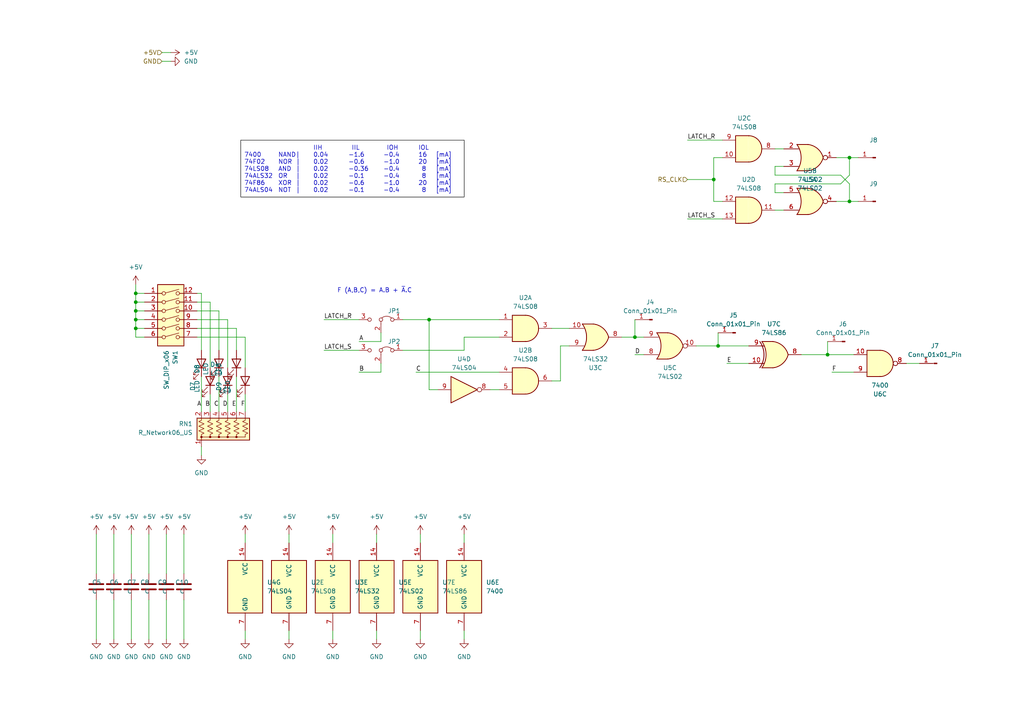
<source format=kicad_sch>
(kicad_sch (version 20230121) (generator eeschema)
  (paper "A4")
  (lib_symbols
    (symbol "74xx:7400" (pin_names (offset 1.016))
      (property "Reference" "U" (at 0 1.27 0))
      (property "Value" "7400" (at 0 -1.27 0))
      (symbol "7400_1_1"
        (pin input line (at -7.62 2.54 0) (length 3.81) (name "~") (number "1"))
        (pin input line (at -7.62 -2.54 0) (length 3.81) (name "~") (number "2"))
        (pin output inverted (at 7.62 0 180) (length 3.81) (name "~") (number "3"))
      )
      (symbol "7400_1_2"
        (pin input inverted (at -7.62 2.54 0) (length 4.318) (name "~") (number "1"))
        (pin input inverted (at -7.62 -2.54 0) (length 4.318) (name "~") (number "2"))
        (pin output line (at 7.62 0 180) (length 3.81) (name "~") (number "3"))
      )
      (symbol "7400_2_1"
        (pin input line (at -7.62 2.54 0) (length 3.81) (name "~") (number "4"))
        (pin input line (at -7.62 -2.54 0) (length 3.81) (name "~") (number "5"))
        (pin output inverted (at 7.62 0 180) (length 3.81) (name "~") (number "6"))
      )
      (symbol "7400_2_2"
        (pin input inverted (at -7.62 2.54 0) (length 4.318) (name "~") (number "4"))
        (pin input inverted (at -7.62 -2.54 0) (length 4.318) (name "~") (number "5"))
        (pin output line (at 7.62 0 180) (length 3.81) (name "~") (number "6"))
      )
      (symbol "7400_3_1"
        (pin input line (at -7.62 -2.54 0) (length 3.81) (name "~") (number "10"))
        (pin output inverted (at 7.62 0 180) (length 3.81) (name "~") (number "8"))
        (pin input line (at -7.62 2.54 0) (length 3.81) (name "~") (number "9"))
      )
      (symbol "7400_3_2"
        (pin input inverted (at -7.62 -2.54 0) (length 4.318) (name "~") (number "10"))
        (pin output line (at 7.62 0 180) (length 3.81) (name "~") (number "8"))
        (pin input inverted (at -7.62 2.54 0) (length 4.318) (name "~") (number "9"))
      )
      (symbol "7400_4_1"
        (pin output inverted (at 7.62 0 180) (length 3.81) (name "~") (number "11"))
        (pin input line (at -7.62 2.54 0) (length 3.81) (name "~") (number "12"))
        (pin input line (at -7.62 -2.54 0) (length 3.81) (name "~") (number "13"))
      )
      (symbol "7400_4_2"
        (pin output line (at 7.62 0 180) (length 3.81) (name "~") (number "11"))
        (pin input inverted (at -7.62 2.54 0) (length 4.318) (name "~") (number "12"))
        (pin input inverted (at -7.62 -2.54 0) (length 4.318) (name "~") (number "13"))
      )
      (symbol "7400_5_0"
        (pin power_in line (at 0 12.7 270) (length 5.08) (name "VCC") (number "14"))
        (pin power_in line (at 0 -12.7 90) (length 5.08) (name "GND") (number "7"))
      )
    )
    (symbol "74xx:74LS02" (pin_names (offset 1.016))
      (property "Reference" "U" (at 0 1.27 0))
      (property "Value" "74LS02" (at 0 -1.27 0))
      (symbol "74LS02_1_1"
        (pin output inverted (at 7.62 0 180) (length 3.81) (name "~") (number "1"))
        (pin input line (at -7.62 2.54 0) (length 4.318) (name "~") (number "2"))
        (pin input line (at -7.62 -2.54 0) (length 4.318) (name "~") (number "3"))
      )
      (symbol "74LS02_1_2"
        (pin output line (at 7.62 0 180) (length 3.81) (name "~") (number "1"))
        (pin input inverted (at -7.62 2.54 0) (length 3.81) (name "~") (number "2"))
        (pin input inverted (at -7.62 -2.54 0) (length 3.81) (name "~") (number "3"))
      )
      (symbol "74LS02_2_1"
        (pin output inverted (at 7.62 0 180) (length 3.81) (name "~") (number "4"))
        (pin input line (at -7.62 2.54 0) (length 4.318) (name "~") (number "5"))
        (pin input line (at -7.62 -2.54 0) (length 4.318) (name "~") (number "6"))
      )
      (symbol "74LS02_2_2"
        (pin output line (at 7.62 0 180) (length 3.81) (name "~") (number "4"))
        (pin input inverted (at -7.62 2.54 0) (length 3.81) (name "~") (number "5"))
        (pin input inverted (at -7.62 -2.54 0) (length 3.81) (name "~") (number "6"))
      )
      (symbol "74LS02_3_1"
        (pin output inverted (at 7.62 0 180) (length 3.81) (name "~") (number "10"))
        (pin input line (at -7.62 2.54 0) (length 4.318) (name "~") (number "8"))
        (pin input line (at -7.62 -2.54 0) (length 4.318) (name "~") (number "9"))
      )
      (symbol "74LS02_3_2"
        (pin output line (at 7.62 0 180) (length 3.81) (name "~") (number "10"))
        (pin input inverted (at -7.62 2.54 0) (length 3.81) (name "~") (number "8"))
        (pin input inverted (at -7.62 -2.54 0) (length 3.81) (name "~") (number "9"))
      )
      (symbol "74LS02_4_1"
        (pin input line (at -7.62 2.54 0) (length 4.318) (name "~") (number "11"))
        (pin input line (at -7.62 -2.54 0) (length 4.318) (name "~") (number "12"))
        (pin output inverted (at 7.62 0 180) (length 3.81) (name "~") (number "13"))
      )
      (symbol "74LS02_4_2"
        (pin input inverted (at -7.62 2.54 0) (length 3.81) (name "~") (number "11"))
        (pin input inverted (at -7.62 -2.54 0) (length 3.81) (name "~") (number "12"))
        (pin output line (at 7.62 0 180) (length 3.81) (name "~") (number "13"))
      )
      (symbol "74LS02_5_0"
        (pin power_in line (at 0 12.7 270) (length 5.08) (name "VCC") (number "14"))
        (pin power_in line (at 0 -12.7 90) (length 5.08) (name "GND") (number "7"))
      )
    )
    (symbol "74xx:74LS04"
      (property "Reference" "U" (at 0 1.27 0))
      (property "Value" "74LS04" (at 0 -1.27 0))
      (symbol "74LS04_1_0"
        (pin input line (at -7.62 0 0) (length 3.81) (name "~") (number "1"))
        (pin output inverted (at 7.62 0 180) (length 3.81) (name "~") (number "2"))
      )
      (symbol "74LS04_2_0"
        (pin input line (at -7.62 0 0) (length 3.81) (name "~") (number "3"))
        (pin output inverted (at 7.62 0 180) (length 3.81) (name "~") (number "4"))
      )
      (symbol "74LS04_3_0"
        (pin input line (at -7.62 0 0) (length 3.81) (name "~") (number "5"))
        (pin output inverted (at 7.62 0 180) (length 3.81) (name "~") (number "6"))
      )
      (symbol "74LS04_4_0"
        (pin output inverted (at 7.62 0 180) (length 3.81) (name "~") (number "8"))
        (pin input line (at -7.62 0 0) (length 3.81) (name "~") (number "9"))
      )
      (symbol "74LS04_5_0"
        (pin output inverted (at 7.62 0 180) (length 3.81) (name "~") (number "10"))
        (pin input line (at -7.62 0 0) (length 3.81) (name "~") (number "11"))
      )
      (symbol "74LS04_6_0"
        (pin output inverted (at 7.62 0 180) (length 3.81) (name "~") (number "12"))
        (pin input line (at -7.62 0 0) (length 3.81) (name "~") (number "13"))
      )
      (symbol "74LS04_7_0"
        (pin power_in line (at 0 12.7 270) (length 5.08) (name "VCC") (number "14"))
        (pin power_in line (at 0 -12.7 90) (length 5.08) (name "GND") (number "7"))
      )
    )
    (symbol "74xx:74LS08" (pin_names (offset 1.016))
      (property "Reference" "U" (at 0 1.27 0))
      (property "Value" "74LS08" (at 0 -1.27 0))
      (symbol "74LS08_1_1"
        (pin input line (at -7.62 2.54 0) (length 3.81) (name "~") (number "1"))
        (pin input line (at -7.62 -2.54 0) (length 3.81) (name "~") (number "2"))
        (pin output line (at 7.62 0 180) (length 3.81) (name "~") (number "3"))
      )
      (symbol "74LS08_1_2"
        (pin input inverted (at -7.62 2.54 0) (length 4.318) (name "~") (number "1"))
        (pin input inverted (at -7.62 -2.54 0) (length 4.318) (name "~") (number "2"))
        (pin output inverted (at 7.62 0 180) (length 3.81) (name "~") (number "3"))
      )
      (symbol "74LS08_2_1"
        (pin input line (at -7.62 2.54 0) (length 3.81) (name "~") (number "4"))
        (pin input line (at -7.62 -2.54 0) (length 3.81) (name "~") (number "5"))
        (pin output line (at 7.62 0 180) (length 3.81) (name "~") (number "6"))
      )
      (symbol "74LS08_2_2"
        (pin input inverted (at -7.62 2.54 0) (length 4.318) (name "~") (number "4"))
        (pin input inverted (at -7.62 -2.54 0) (length 4.318) (name "~") (number "5"))
        (pin output inverted (at 7.62 0 180) (length 3.81) (name "~") (number "6"))
      )
      (symbol "74LS08_3_1"
        (pin input line (at -7.62 -2.54 0) (length 3.81) (name "~") (number "10"))
        (pin output line (at 7.62 0 180) (length 3.81) (name "~") (number "8"))
        (pin input line (at -7.62 2.54 0) (length 3.81) (name "~") (number "9"))
      )
      (symbol "74LS08_3_2"
        (pin input inverted (at -7.62 -2.54 0) (length 4.318) (name "~") (number "10"))
        (pin output inverted (at 7.62 0 180) (length 3.81) (name "~") (number "8"))
        (pin input inverted (at -7.62 2.54 0) (length 4.318) (name "~") (number "9"))
      )
      (symbol "74LS08_4_1"
        (pin output line (at 7.62 0 180) (length 3.81) (name "~") (number "11"))
        (pin input line (at -7.62 2.54 0) (length 3.81) (name "~") (number "12"))
        (pin input line (at -7.62 -2.54 0) (length 3.81) (name "~") (number "13"))
      )
      (symbol "74LS08_4_2"
        (pin output inverted (at 7.62 0 180) (length 3.81) (name "~") (number "11"))
        (pin input inverted (at -7.62 2.54 0) (length 4.318) (name "~") (number "12"))
        (pin input inverted (at -7.62 -2.54 0) (length 4.318) (name "~") (number "13"))
      )
      (symbol "74LS08_5_0"
        (pin power_in line (at 0 12.7 270) (length 5.08) (name "VCC") (number "14"))
        (pin power_in line (at 0 -12.7 90) (length 5.08) (name "GND") (number "7"))
      )
    )
    (symbol "74xx:74LS32" (pin_names (offset 1.016))
      (property "Reference" "U" (at 0 1.27 0))
      (property "Value" "74LS32" (at 0 -1.27 0))
      (symbol "74LS32_1_1"
        (pin input line (at -7.62 2.54 0) (length 4.318) (name "~") (number "1"))
        (pin input line (at -7.62 -2.54 0) (length 4.318) (name "~") (number "2"))
        (pin output line (at 7.62 0 180) (length 3.81) (name "~") (number "3"))
      )
      (symbol "74LS32_1_2"
        (pin input inverted (at -7.62 2.54 0) (length 3.81) (name "~") (number "1"))
        (pin input inverted (at -7.62 -2.54 0) (length 3.81) (name "~") (number "2"))
        (pin output inverted (at 7.62 0 180) (length 3.81) (name "~") (number "3"))
      )
      (symbol "74LS32_2_1"
        (pin input line (at -7.62 2.54 0) (length 4.318) (name "~") (number "4"))
        (pin input line (at -7.62 -2.54 0) (length 4.318) (name "~") (number "5"))
        (pin output line (at 7.62 0 180) (length 3.81) (name "~") (number "6"))
      )
      (symbol "74LS32_2_2"
        (pin input inverted (at -7.62 2.54 0) (length 3.81) (name "~") (number "4"))
        (pin input inverted (at -7.62 -2.54 0) (length 3.81) (name "~") (number "5"))
        (pin output inverted (at 7.62 0 180) (length 3.81) (name "~") (number "6"))
      )
      (symbol "74LS32_3_1"
        (pin input line (at -7.62 -2.54 0) (length 4.318) (name "~") (number "10"))
        (pin output line (at 7.62 0 180) (length 3.81) (name "~") (number "8"))
        (pin input line (at -7.62 2.54 0) (length 4.318) (name "~") (number "9"))
      )
      (symbol "74LS32_3_2"
        (pin input inverted (at -7.62 -2.54 0) (length 3.81) (name "~") (number "10"))
        (pin output inverted (at 7.62 0 180) (length 3.81) (name "~") (number "8"))
        (pin input inverted (at -7.62 2.54 0) (length 3.81) (name "~") (number "9"))
      )
      (symbol "74LS32_4_1"
        (pin output line (at 7.62 0 180) (length 3.81) (name "~") (number "11"))
        (pin input line (at -7.62 2.54 0) (length 4.318) (name "~") (number "12"))
        (pin input line (at -7.62 -2.54 0) (length 4.318) (name "~") (number "13"))
      )
      (symbol "74LS32_4_2"
        (pin output inverted (at 7.62 0 180) (length 3.81) (name "~") (number "11"))
        (pin input inverted (at -7.62 2.54 0) (length 3.81) (name "~") (number "12"))
        (pin input inverted (at -7.62 -2.54 0) (length 3.81) (name "~") (number "13"))
      )
      (symbol "74LS32_5_0"
        (pin power_in line (at 0 12.7 270) (length 5.08) (name "VCC") (number "14"))
        (pin power_in line (at 0 -12.7 90) (length 5.08) (name "GND") (number "7"))
      )
    )
    (symbol "74xx:74LS86" (pin_names (offset 1.016))
      (property "Reference" "U" (at 0 1.27 0))
      (property "Value" "74LS86" (at 0 -1.27 0))
      (symbol "74LS86_1_0"
        (pin input line (at -7.62 2.54 0) (length 4.445) (name "~") (number "1"))
        (pin input line (at -7.62 -2.54 0) (length 4.445) (name "~") (number "2"))
        (pin output line (at 7.62 0 180) (length 3.81) (name "~") (number "3"))
      )
      (symbol "74LS86_2_0"
        (pin input line (at -7.62 2.54 0) (length 4.445) (name "~") (number "4"))
        (pin input line (at -7.62 -2.54 0) (length 4.445) (name "~") (number "5"))
        (pin output line (at 7.62 0 180) (length 3.81) (name "~") (number "6"))
      )
      (symbol "74LS86_3_0"
        (pin input line (at -7.62 -2.54 0) (length 4.445) (name "~") (number "10"))
        (pin output line (at 7.62 0 180) (length 3.81) (name "~") (number "8"))
        (pin input line (at -7.62 2.54 0) (length 4.445) (name "~") (number "9"))
      )
      (symbol "74LS86_4_0"
        (pin output line (at 7.62 0 180) (length 3.81) (name "~") (number "11"))
        (pin input line (at -7.62 2.54 0) (length 4.445) (name "~") (number "12"))
        (pin input line (at -7.62 -2.54 0) (length 4.445) (name "~") (number "13"))
      )
      (symbol "74LS86_5_0"
        (pin power_in line (at 0 12.7 270) (length 5.08) (name "VCC") (number "14"))
        (pin power_in line (at 0 -12.7 90) (length 5.08) (name "GND") (number "7"))
      )
    )
    (symbol "Connector:Conn_01x01_Pin" (pin_names (offset 1.016) hide)
      (property "Reference" "J" (at 0 2.54 0))
      (property "Value" "Conn_01x01_Pin" (at 0 -2.54 0))
      (symbol "Conn_01x01_Pin_1_1"
        (pin passive line (at 5.08 0 180) (length 3.81) (name "Pin_1") (number "1"))
      )
    )
    (symbol "Device:C" (pin_numbers hide) (pin_names (offset 0.254))
      (property "Reference" "C" (at 0.635 2.54 0))
      (property "Value" "C" (at 0.635 -2.54 0))
      (symbol "C_1_1"
        (pin passive line (at 0 3.81 270) (length 2.794) (name "~") (number "1"))
        (pin passive line (at 0 -3.81 90) (length 2.794) (name "~") (number "2"))
      )
    )
    (symbol "Device:LED" (pin_numbers hide) (pin_names (offset 1.016) hide)
      (property "Reference" "D" (at 0 2.54 0))
      (property "Value" "LED" (at 0 -2.54 0))
      (symbol "LED_1_1"
        (pin passive line (at -3.81 0 0) (length 2.54) (name "K") (number "1"))
        (pin passive line (at 3.81 0 180) (length 2.54) (name "A") (number "2"))
      )
    )
    (symbol "Device:R_Network06_US" (pin_names (offset 0) hide)
      (property "Reference" "RN" (at -10.16 0 90))
      (property "Value" "R_Network06_US" (at 7.62 0 90))
      (symbol "R_Network06_US_1_1"
        (pin passive line (at -7.62 5.08 270) (length 2.54) (name "common") (number "1"))
        (pin passive line (at -7.62 -5.08 90) (length 1.27) (name "R1") (number "2"))
        (pin passive line (at -5.08 -5.08 90) (length 1.27) (name "R2") (number "3"))
        (pin passive line (at -2.54 -5.08 90) (length 1.27) (name "R3") (number "4"))
        (pin passive line (at 0 -5.08 90) (length 1.27) (name "R4") (number "5"))
        (pin passive line (at 2.54 -5.08 90) (length 1.27) (name "R5") (number "6"))
        (pin passive line (at 5.08 -5.08 90) (length 1.27) (name "R6") (number "7"))
      )
    )
    (symbol "Jumper:Jumper_3_Bridged12" (pin_names (offset 0) hide)
      (property "Reference" "JP" (at -2.54 -2.54 0))
      (property "Value" "Jumper_3_Bridged12" (at 0 2.794 0))
      (symbol "Jumper_3_Bridged12_1_1"
        (pin passive line (at -6.35 0 0) (length 2.54) (name "A") (number "1"))
        (pin passive line (at 0 -3.81 90) (length 2.54) (name "C") (number "2"))
        (pin passive line (at 6.35 0 180) (length 2.54) (name "B") (number "3"))
      )
    )
    (symbol "Switch:SW_DIP_x06" (pin_names (offset 0) hide)
      (property "Reference" "SW" (at 0 11.43 0))
      (property "Value" "SW_DIP_x06" (at 0 -8.89 0))
      (symbol "SW_DIP_x06_1_1"
        (pin passive line (at -7.62 7.62 0) (length 5.08) (name "~") (number "1"))
        (pin passive line (at 7.62 2.54 180) (length 5.08) (name "~") (number "10"))
        (pin passive line (at 7.62 5.08 180) (length 5.08) (name "~") (number "11"))
        (pin passive line (at 7.62 7.62 180) (length 5.08) (name "~") (number "12"))
        (pin passive line (at -7.62 5.08 0) (length 5.08) (name "~") (number "2"))
        (pin passive line (at -7.62 2.54 0) (length 5.08) (name "~") (number "3"))
        (pin passive line (at -7.62 0 0) (length 5.08) (name "~") (number "4"))
        (pin passive line (at -7.62 -2.54 0) (length 5.08) (name "~") (number "5"))
        (pin passive line (at -7.62 -5.08 0) (length 5.08) (name "~") (number "6"))
        (pin passive line (at 7.62 -5.08 180) (length 5.08) (name "~") (number "7"))
        (pin passive line (at 7.62 -2.54 180) (length 5.08) (name "~") (number "8"))
        (pin passive line (at 7.62 0 180) (length 5.08) (name "~") (number "9"))
      )
    )
    (symbol "power:+5V" (power) (pin_names (offset 0))
      (property "Value" "+5V" (at 0 3.556 0))
      (symbol "+5V_1_1"
        (pin power_in line (at 0 0 90) (length 0) hide (name "+5V") (number "1"))
      )
    )
    (symbol "power:GND" (power) (pin_names (offset 0))
      (property "Value" "GND" (at 0 -3.81 0))
      (symbol "GND_1_1"
        (pin power_in line (at 0 0 270) (length 0) hide (name "GND") (number "1"))
      )
    )
  )
  (junction (at 207.01 52.07))
  (junction (at 246.38 45.72))
  (junction (at 240.03 102.87))
  (junction (at 39.37 92.71))
  (junction (at 39.37 87.63))
  (junction (at 39.37 85.09))
  (junction (at 39.37 90.17))
  (junction (at 184.15 97.79))
  (junction (at 246.38 58.42))
  (junction (at 124.46 92.71))
  (junction (at 39.37 95.25))
  (junction (at 208.28 100.33))
  (wire (pts (xy 33.02 173.99) (xy 33.02 185.42)))
  (wire (pts (xy 124.46 92.71) (xy 144.78 92.71)))
  (wire (pts (xy 60.96 114.3) (xy 60.96 119.38)))
  (wire (pts (xy 199.39 63.5) (xy 209.55 63.5)))
  (wire (pts (xy 227.33 55.88) (xy 224.79 55.88)))
  (wire (pts (xy 116.84 101.6) (xy 134.62 101.6)))
  (wire (pts (xy 224.79 43.18) (xy 227.33 43.18)))
  (wire (pts (xy 71.12 114.3) (xy 71.12 119.38)))
  (wire (pts (xy 39.37 87.63) (xy 41.91 87.63)))
  (wire (pts (xy 43.18 173.99) (xy 43.18 185.42)))
  (wire (pts (xy 39.37 82.55) (xy 39.37 85.09)))
  (wire (pts (xy 53.34 173.99) (xy 53.34 185.42)))
  (wire (pts (xy 121.92 182.88) (xy 121.92 185.42)))
  (wire (pts (xy 58.42 109.22) (xy 58.42 119.38)))
  (wire (pts (xy 110.49 105.41) (xy 110.49 107.95)))
  (wire (pts (xy 243.84 50.8) (xy 246.38 53.34)))
  (wire (pts (xy 48.26 173.99) (xy 48.26 185.42)))
  (wire (pts (xy 96.52 154.94) (xy 96.52 157.48)))
  (wire (pts (xy 110.49 96.52) (xy 110.49 99.06)))
  (wire (pts (xy 207.01 58.42) (xy 209.55 58.42)))
  (wire (pts (xy 207.01 45.72) (xy 207.01 52.07)))
  (wire (pts (xy 199.39 40.64) (xy 209.55 40.64)))
  (wire (pts (xy 227.33 48.26) (xy 224.79 48.26)))
  (wire (pts (xy 120.65 107.95) (xy 144.78 107.95)))
  (wire (pts (xy 246.38 58.42) (xy 248.92 58.42)))
  (wire (pts (xy 184.15 97.79) (xy 186.69 97.79)))
  (wire (pts (xy 124.46 113.03) (xy 127 113.03)))
  (wire (pts (xy 38.1 173.99) (xy 38.1 185.42)))
  (wire (pts (xy 121.92 154.94) (xy 121.92 157.48)))
  (wire (pts (xy 39.37 87.63) (xy 39.37 85.09)))
  (wire (pts (xy 39.37 95.25) (xy 41.91 95.25)))
  (wire (pts (xy 241.3 107.95) (xy 247.65 107.95)))
  (wire (pts (xy 39.37 90.17) (xy 39.37 87.63)))
  (wire (pts (xy 39.37 92.71) (xy 39.37 90.17)))
  (wire (pts (xy 160.02 110.49) (xy 162.56 110.49)))
  (wire (pts (xy 27.94 173.99) (xy 27.94 185.42)))
  (wire (pts (xy 210.82 105.41) (xy 217.17 105.41)))
  (wire (pts (xy 33.02 166.37) (xy 33.02 154.94)))
  (wire (pts (xy 104.14 107.95) (xy 110.49 107.95)))
  (wire (pts (xy 66.04 114.3) (xy 66.04 119.38)))
  (wire (pts (xy 83.82 182.88) (xy 83.82 185.42)))
  (wire (pts (xy 134.62 97.79) (xy 144.78 97.79)))
  (wire (pts (xy 162.56 110.49) (xy 162.56 100.33)))
  (wire (pts (xy 199.39 52.07) (xy 207.01 52.07)))
  (wire (pts (xy 71.12 97.79) (xy 71.12 106.68)))
  (wire (pts (xy 71.12 154.94) (xy 71.12 157.48)))
  (wire (pts (xy 242.57 45.72) (xy 246.38 45.72)))
  (wire (pts (xy 68.58 109.22) (xy 68.58 119.38)))
  (wire (pts (xy 116.84 92.71) (xy 124.46 92.71)))
  (wire (pts (xy 109.22 182.88) (xy 109.22 185.42)))
  (wire (pts (xy 83.82 154.94) (xy 83.82 157.48)))
  (wire (pts (xy 57.15 95.25) (xy 68.58 95.25)))
  (wire (pts (xy 134.62 182.88) (xy 134.62 185.42)))
  (wire (pts (xy 208.28 100.33) (xy 217.17 100.33)))
  (wire (pts (xy 208.28 96.52) (xy 208.28 100.33)))
  (wire (pts (xy 57.15 92.71) (xy 66.04 92.71)))
  (wire (pts (xy 262.89 105.41) (xy 266.7 105.41)))
  (wire (pts (xy 93.98 101.6) (xy 104.14 101.6)))
  (wire (pts (xy 43.18 166.37) (xy 43.18 154.94)))
  (wire (pts (xy 58.42 85.09) (xy 57.15 85.09)))
  (wire (pts (xy 46.99 17.78) (xy 49.53 17.78)))
  (wire (pts (xy 48.26 166.37) (xy 48.26 154.94)))
  (wire (pts (xy 232.41 102.87) (xy 240.03 102.87)))
  (wire (pts (xy 207.01 45.72) (xy 209.55 45.72)))
  (wire (pts (xy 224.79 60.96) (xy 227.33 60.96)))
  (wire (pts (xy 246.38 45.72) (xy 246.38 50.8)))
  (wire (pts (xy 240.03 102.87) (xy 247.65 102.87)))
  (wire (pts (xy 63.5 109.22) (xy 63.5 119.38)))
  (wire (pts (xy 57.15 97.79) (xy 71.12 97.79)))
  (wire (pts (xy 71.12 182.88) (xy 71.12 185.42)))
  (wire (pts (xy 184.15 102.87) (xy 186.69 102.87)))
  (wire (pts (xy 39.37 92.71) (xy 41.91 92.71)))
  (wire (pts (xy 162.56 100.33) (xy 165.1 100.33)))
  (wire (pts (xy 66.04 92.71) (xy 66.04 106.68)))
  (wire (pts (xy 57.15 90.17) (xy 63.5 90.17)))
  (wire (pts (xy 39.37 95.25) (xy 39.37 92.71)))
  (wire (pts (xy 224.79 55.88) (xy 224.79 53.34)))
  (wire (pts (xy 58.42 101.6) (xy 58.42 85.09)))
  (wire (pts (xy 39.37 85.09) (xy 41.91 85.09)))
  (wire (pts (xy 53.34 166.37) (xy 53.34 154.94)))
  (wire (pts (xy 224.79 50.8) (xy 243.84 50.8)))
  (wire (pts (xy 242.57 58.42) (xy 246.38 58.42)))
  (wire (pts (xy 58.42 129.54) (xy 58.42 132.08)))
  (wire (pts (xy 38.1 166.37) (xy 38.1 154.94)))
  (wire (pts (xy 27.94 166.37) (xy 27.94 154.94)))
  (wire (pts (xy 39.37 97.79) (xy 39.37 95.25)))
  (wire (pts (xy 96.52 182.88) (xy 96.52 185.42)))
  (wire (pts (xy 160.02 95.25) (xy 165.1 95.25)))
  (wire (pts (xy 60.96 87.63) (xy 60.96 106.68)))
  (wire (pts (xy 41.91 97.79) (xy 39.37 97.79)))
  (wire (pts (xy 68.58 95.25) (xy 68.58 101.6)))
  (wire (pts (xy 201.93 100.33) (xy 208.28 100.33)))
  (wire (pts (xy 142.24 113.03) (xy 144.78 113.03)))
  (wire (pts (xy 109.22 154.94) (xy 109.22 157.48)))
  (wire (pts (xy 134.62 154.94) (xy 134.62 157.48)))
  (wire (pts (xy 180.34 97.79) (xy 184.15 97.79)))
  (wire (pts (xy 184.15 92.71) (xy 184.15 97.79)))
  (wire (pts (xy 124.46 92.71) (xy 124.46 113.03)))
  (wire (pts (xy 57.15 87.63) (xy 60.96 87.63)))
  (wire (pts (xy 39.37 90.17) (xy 41.91 90.17)))
  (wire (pts (xy 224.79 53.34) (xy 243.84 53.34)))
  (wire (pts (xy 224.79 48.26) (xy 224.79 50.8)))
  (wire (pts (xy 246.38 45.72) (xy 248.92 45.72)))
  (wire (pts (xy 240.03 99.06) (xy 240.03 102.87)))
  (wire (pts (xy 134.62 101.6) (xy 134.62 97.79)))
  (wire (pts (xy 63.5 90.17) (xy 63.5 101.6)))
  (wire (pts (xy 207.01 52.07) (xy 207.01 58.42)))
  (wire (pts (xy 243.84 53.34) (xy 246.38 50.8)))
  (wire (pts (xy 93.98 92.71) (xy 104.14 92.71)))
  (wire (pts (xy 246.38 58.42) (xy 246.38 53.34)))
  (wire (pts (xy 46.99 15.24) (xy 49.53 15.24)))
  (wire (pts (xy 104.14 99.06) (xy 110.49 99.06)))
  (text_box "	 		  	IIH	 	 IIL	 IOH	IOL\n7400	NAND| 	0.04	-1.6	-0.4	16	[mA]\n74F02	NOR	|	0.02	-0.6	-1.0	20	[mA]\n74LS08	AND	| 	0.02 	-0.36 	-0.4 	 8 	[mA]\n74ALS32	OR	|	0.02	-0.1	-0.4	 8	[mA]\n74F86 	XOR	|	0.02	-0.6	-1.0	20	[mA]\n74ALS04	NOT	|	0.02	-0.1	-0.4	 8	[mA]\n\n" (at 69.85 40.64 0) (size 64.77 16.51) (stroke (width 0) (color 0 0 0 1)) (fill (type color) (color 255 255 255 1)) (effects (font (size 1.27 1.27)) (justify left)))
  (text "F (A,B,C) = A.B + ~{A}.C" (at 97.79 85.09 0) (effects (font (size 1.27 1.27)) (justify left bottom)))
  (label "E" (at 210.82 105.41 0))
  (label "F" (at 71.12 118.11 180))
  (label "E" (at 68.58 118.11 180))
  (label "B" (at 104.14 107.95 0))
  (label "LATCH_R" (at 93.98 92.71 0))
  (label "D" (at 184.15 102.87 0))
  (label "A" (at 104.14 99.06 0))
  (label "C" (at 63.5 118.11 180))
  (label "F" (at 241.3 107.95 0))
  (label "B" (at 60.96 118.11 180))
  (label "A" (at 58.42 118.11 180))
  (label "LATCH_S" (at 199.39 63.5 0))
  (label "D" (at 66.04 118.11 180))
  (label "LATCH_R" (at 199.39 40.64 0))
  (label "C" (at 120.65 107.95 0))
  (label "LATCH_S" (at 93.98 101.6 0))
  (hierarchical_label "GND" (shape input) (at 46.99 17.78 180))
  (hierarchical_label "+5V" (shape input) (at 46.99 15.24 180))
  (hierarchical_label "RS_CLK" (shape input) (at 199.39 52.07 180))
  (symbol (lib_id "Device:C") (at 48.26 170.18 0) (unit 1)
    (property "Reference" "C9" (at 45.72 168.91 0) (effects (justify left)))
    (property "Value" "C" (at 46.99 171.45 0) (effects (justify left)))
    (property "Footprint" "Capacitor_THT:C_Disc_D5.0mm_W2.5mm_P2.50mm" (effects hide))
  )
  (symbol (lib_id "Device:LED") (at 66.04 110.49 270) (mirror x) (unit 1)
    (property "Reference" "D7" (at 55.88 112.0775 0))
    (property "Value" "LED" (at 57.15 112.0775 0))
    (property "Footprint" "LED_THT:LED_D3.0mm" (effects hide))
  )
  (symbol (lib_id "power:GND") (at 71.12 185.42 0) (unit 1)
    (property "Reference" "#PWR043" (effects hide))
    (property "Value" "GND" (at 71.12 190.5 0))
  )
  (symbol (lib_id "74xx:74LS08") (at 217.17 60.96 0) (unit 4)
    (property "Reference" "U2" (at 217.1617 52.07 0))
    (property "Value" "74LS08" (at 217.1617 54.61 0))
    (property "Footprint" "Package_DIP:DIP-14_W7.62mm_Socket" (effects hide))
    (property "Datasheet" "http://www.ti.com/lit/gpn/sn74LS08" (effects hide))
  )
  (symbol (lib_id "power:+5V") (at 96.52 154.94 0) (unit 1)
    (property "Reference" "#PWR039" (effects hide))
    (property "Value" "+5V" (at 96.52 149.86 0))
  )
  (symbol (lib_id "Connector:Conn_01x01_Pin") (at 271.78 105.41 180) (unit 1)
    (property "Reference" "J7" (at 271.145 100.33 0))
    (property "Value" "Conn_01x01_Pin" (at 271.145 102.87 0))
    (property "Footprint" "Connector_PinHeader_2.54mm:PinHeader_1x01_P2.54mm_Vertical" (effects hide))
  )
  (symbol (lib_id "power:+5V") (at 83.82 154.94 0) (unit 1)
    (property "Reference" "#PWR038" (effects hide))
    (property "Value" "+5V" (at 83.82 149.86 0))
  )
  (symbol (lib_id "power:GND") (at 43.18 185.42 0) (unit 1)
    (property "Reference" "#PWR029" (effects hide))
    (property "Value" "GND" (at 43.18 190.5 0))
  )
  (symbol (lib_id "Device:LED") (at 58.42 105.41 270) (mirror x) (unit 1)
    (property "Reference" "D4" (at 60.96 105.7275 90) (effects (justify left)))
    (property "Value" "LED" (at 60.96 108.2675 90) (effects (justify left)))
    (property "Footprint" "LED_THT:LED_D3.0mm" (effects hide))
  )
  (symbol (lib_id "74xx:74LS08") (at 83.82 170.18 0) (unit 5)
    (property "Reference" "U2" (at 90.17 168.91 0) (effects (justify left)))
    (property "Value" "74LS08" (at 90.17 171.45 0) (effects (justify left)))
    (property "Footprint" "Package_DIP:DIP-14_W7.62mm_Socket" (effects hide))
    (property "Datasheet" "http://www.ti.com/lit/gpn/sn74LS08" (effects hide))
  )
  (symbol (lib_id "Jumper:Jumper_3_Bridged12") (at 110.49 101.6 0) (mirror y) (unit 1)
    (property "Reference" "JP2" (at 114.3 99.06 0))
    (property "Value" "Jumper_3_Bridged12" (effects hide))
    (property "Footprint" "Connector_PinHeader_2.54mm:PinHeader_1x03_P2.54mm_Vertical" (effects hide))
  )
  (symbol (lib_id "Connector:Conn_01x01_Pin") (at 254 58.42 180) (unit 1)
    (property "Reference" "J9" (at 253.365 53.34 0))
    (property "Value" "Conn_01x01_Pin" (effects hide))
    (property "Footprint" "Connector_PinHeader_2.54mm:PinHeader_1x01_P2.54mm_Vertical" (effects hide))
  )
  (symbol (lib_id "74xx:74LS02") (at 194.31 100.33 0) (mirror x) (unit 3)
    (property "Reference" "U5" (at 194.31 106.68 0))
    (property "Value" "74LS02" (at 194.31 109.22 0))
    (property "Footprint" "Package_DIP:DIP-14_W7.62mm_Socket" (effects hide))
    (property "Datasheet" "http://www.ti.com/lit/gpn/sn74ls02" (effects hide))
  )
  (symbol (lib_id "Device:LED") (at 63.5 105.41 270) (mirror x) (unit 1)
    (property "Reference" "D6" (at 57.15 106.9975 0))
    (property "Value" "LED" (at 59.69 106.9975 0))
    (property "Footprint" "LED_THT:LED_D3.0mm" (effects hide))
  )
  (symbol (lib_id "power:GND") (at 33.02 185.42 0) (unit 1)
    (property "Reference" "#PWR024" (effects hide))
    (property "Value" "GND" (at 33.02 190.5 0))
  )
  (symbol (lib_id "Connector:Conn_01x01_Pin") (at 245.11 99.06 180) (unit 1)
    (property "Reference" "J6" (at 244.475 93.98 0))
    (property "Value" "Conn_01x01_Pin" (at 244.475 96.52 0))
    (property "Footprint" "Connector_PinHeader_2.54mm:PinHeader_1x01_P2.54mm_Vertical" (effects hide))
  )
  (symbol (lib_id "74xx:74LS02") (at 234.95 45.72 0) (unit 1)
    (property "Reference" "U5" (at 234.95 52.07 0))
    (property "Value" "74LS02" (at 234.95 54.61 0))
    (property "Footprint" "Package_DIP:DIP-14_W7.62mm_Socket" (effects hide))
    (property "Datasheet" "http://www.ti.com/lit/gpn/sn74ls02" (effects hide))
    (instances (project "preperf_10x10" (path "" (reference "U5") (unit 1)) (path "" (reference "U7") (unit 1))))
  )
  (symbol (lib_id "power:+5V") (at 33.02 154.94 0) (unit 1)
    (property "Reference" "#PWR023" (effects hide))
    (property "Value" "+5V" (at 33.02 149.86 0))
  )
  (symbol (lib_id "power:+5V") (at 134.62 154.94 0) (unit 1)
    (property "Reference" "#PWR042" (effects hide))
    (property "Value" "+5V" (at 134.62 149.86 0))
  )
  (symbol (lib_id "power:+5V") (at 49.53 15.24 270) (unit 1)
    (property "Reference" "#PWR032" (effects hide))
    (property "Value" "+5V" (at 53.34 15.24 90) (effects (justify left)))
  )
  (symbol (lib_id "power:GND") (at 96.52 185.42 0) (unit 1)
    (property "Reference" "#PWR045" (effects hide))
    (property "Value" "GND" (at 96.52 190.5 0))
  )
  (symbol (lib_id "power:+5V") (at 39.37 82.55 0) (unit 1)
    (property "Reference" "#PWR027" (effects hide))
    (property "Value" "+5V" (at 39.37 77.47 0))
  )
  (symbol (lib_id "74xx:7400") (at 134.62 170.18 0) (unit 5)
    (property "Reference" "U6" (at 140.97 168.91 0) (effects (justify left)))
    (property "Value" "7400" (at 140.97 171.45 0) (effects (justify left)))
    (property "Footprint" "Package_DIP:DIP-14_W7.62mm_Socket" (effects hide))
    (property "Datasheet" "http://www.ti.com/lit/gpn/sn7400" (effects hide))
  )
  (symbol (lib_id "Jumper:Jumper_3_Bridged12") (at 110.49 92.71 0) (mirror y) (unit 1)
    (property "Reference" "JP1" (at 114.3 90.17 0))
    (property "Value" "Jumper_3_Bridged12" (effects hide))
    (property "Footprint" "Connector_PinHeader_2.54mm:PinHeader_1x03_P2.54mm_Vertical" (effects hide))
  )
  (symbol (lib_id "power:GND") (at 38.1 185.42 0) (unit 1)
    (property "Reference" "#PWR026" (effects hide))
    (property "Value" "GND" (at 38.1 190.5 0))
  )
  (symbol (lib_id "power:GND") (at 134.62 185.42 0) (unit 1)
    (property "Reference" "#PWR048" (effects hide))
    (property "Value" "GND" (at 134.62 190.5 0))
  )
  (symbol (lib_id "Device:R_Network06_US") (at 66.04 124.46 0) (mirror x) (unit 1)
    (property "Reference" "RN1" (at 55.88 122.936 0) (effects (justify right)))
    (property "Value" "R_Network06_US" (at 55.88 125.476 0) (effects (justify right)))
    (property "Footprint" "Resistor_THT:R_Array_SIP7" (effects hide))
    (property "Datasheet" "http://www.vishay.com/docs/31509/csc.pdf" (effects hide))
  )
  (symbol (lib_id "power:+5V") (at 109.22 154.94 0) (unit 1)
    (property "Reference" "#PWR040" (effects hide))
    (property "Value" "+5V" (at 109.22 149.86 0))
  )
  (symbol (lib_id "74xx:74LS08") (at 217.17 43.18 0) (unit 3)
    (property "Reference" "U2" (at 215.8917 34.29 0))
    (property "Value" "74LS08" (at 215.8917 36.83 0))
    (property "Footprint" "Package_DIP:DIP-14_W7.62mm_Socket" (effects hide))
    (property "Datasheet" "http://www.ti.com/lit/gpn/sn74LS08" (effects hide))
  )
  (symbol (lib_id "Device:C") (at 27.94 170.18 0) (unit 1)
    (property "Reference" "C5" (at 26.67 168.91 0) (effects (justify left)))
    (property "Value" "C" (at 26.67 171.45 0) (effects (justify left)))
    (property "Footprint" "Capacitor_THT:C_Disc_D5.0mm_W2.5mm_P2.50mm" (effects hide))
  )
  (symbol (lib_id "Connector:Conn_01x01_Pin") (at 254 45.72 180) (unit 1)
    (property "Reference" "J8" (at 253.365 40.64 0))
    (property "Value" "Conn_01x01_Pin" (effects hide))
    (property "Footprint" "Connector_PinHeader_2.54mm:PinHeader_1x01_P2.54mm_Vertical" (effects hide))
  )
  (symbol (lib_id "Device:C") (at 53.34 170.18 0) (unit 1)
    (property "Reference" "C10" (at 50.8 168.91 0) (effects (justify left)))
    (property "Value" "C" (at 52.07 171.45 0) (effects (justify left)))
    (property "Footprint" "Capacitor_THT:C_Disc_D5.0mm_W2.5mm_P2.50mm" (effects hide))
  )
  (symbol (lib_id "Device:LED") (at 71.12 110.49 270) (mirror x) (unit 1)
    (property "Reference" "D9" (at 63.5 112.0775 0))
    (property "Value" "LED" (at 66.04 112.0775 0))
    (property "Footprint" "LED_THT:LED_D3.0mm" (effects hide))
  )
  (symbol (lib_id "74xx:74LS32") (at 96.52 170.18 0) (unit 5)
    (property "Reference" "U3" (at 102.87 168.91 0) (effects (justify left)))
    (property "Value" "74LS32" (at 102.87 171.45 0) (effects (justify left)))
    (property "Footprint" "Package_DIP:DIP-14_W7.62mm_Socket" (effects hide))
    (property "Datasheet" "http://www.ti.com/lit/gpn/sn74LS32" (effects hide))
  )
  (symbol (lib_id "power:+5V") (at 71.12 154.94 0) (unit 1)
    (property "Reference" "#PWR037" (effects hide))
    (property "Value" "+5V" (at 71.12 149.86 0))
  )
  (symbol (lib_id "74xx:74LS86") (at 121.92 170.18 0) (unit 5)
    (property "Reference" "U7" (at 128.27 168.91 0) (effects (justify left)))
    (property "Value" "74LS86" (at 128.27 171.45 0) (effects (justify left)))
    (property "Footprint" "Package_DIP:DIP-14_W7.62mm_Socket" (effects hide))
    (property "Datasheet" "74xx/74ls86.pdf" (effects hide))
  )
  (symbol (lib_id "Device:LED") (at 60.96 110.49 270) (mirror x) (unit 1)
    (property "Reference" "D5" (effects hide))
    (property "Value" "LED" (at 63.5 113.3475 90) (effects (justify left)))
    (property "Footprint" "LED_THT:LED_D3.0mm" (effects hide))
  )
  (symbol (lib_id "power:GND") (at 121.92 185.42 0) (unit 1)
    (property "Reference" "#PWR047" (effects hide))
    (property "Value" "GND" (at 121.92 190.5 0))
  )
  (symbol (lib_id "Device:C") (at 38.1 170.18 0) (unit 1)
    (property "Reference" "C7" (at 36.83 168.91 0) (effects (justify left)))
    (property "Value" "C" (at 36.83 171.45 0) (effects (justify left)))
    (property "Footprint" "Capacitor_THT:C_Disc_D5.0mm_W2.5mm_P5.00mm" (effects hide))
  )
  (symbol (lib_id "74xx:74LS08") (at 152.4 110.49 0) (unit 2)
    (property "Reference" "U2" (at 152.3917 101.6 0))
    (property "Value" "74LS08" (at 152.3917 104.14 0))
    (property "Footprint" "Package_DIP:DIP-14_W7.62mm_Socket" (effects hide))
    (property "Datasheet" "http://www.ti.com/lit/gpn/sn74LS08" (effects hide))
  )
  (symbol (lib_id "74xx:74LS02") (at 234.95 58.42 0) (unit 2)
    (property "Reference" "U5" (at 234.95 49.53 0))
    (property "Value" "74LS02" (at 234.95 52.07 0))
    (property "Footprint" "Package_DIP:DIP-14_W7.62mm_Socket" (effects hide))
    (property "Datasheet" "http://www.ti.com/lit/gpn/sn74ls02" (effects hide))
    (instances (project "preperf_10x10" (path "" (reference "U5") (unit 2)) (path "" (reference "U7") (unit 2))))
  )
  (symbol (lib_id "power:GND") (at 58.42 132.08 0) (unit 1)
    (property "Reference" "#PWR036" (effects hide))
    (property "Value" "GND" (at 58.42 137.16 0))
  )
  (symbol (lib_id "74xx:74LS04") (at 134.62 113.03 0) (unit 4)
    (property "Reference" "U4" (at 134.62 104.14 0))
    (property "Value" "74LS04" (at 134.62 106.68 0))
    (property "Footprint" "Package_DIP:DIP-14_W7.62mm_Socket" (effects hide))
    (property "Datasheet" "http://www.ti.com/lit/gpn/sn74LS04" (effects hide))
  )
  (symbol (lib_id "Device:LED") (at 68.58 105.41 270) (mirror x) (unit 1)
    (property "Reference" "D8" (at 57.15 106.9975 0))
    (property "Value" "LED" (at 63.5 106.9975 0))
    (property "Footprint" "LED_THT:LED_D3.0mm" (effects hide))
  )
  (symbol (lib_id "74xx:7400") (at 255.27 105.41 0) (mirror x) (unit 3)
    (property "Reference" "U6" (at 255.2617 114.3 0))
    (property "Value" "7400" (at 255.2617 111.76 0))
    (property "Footprint" "Package_DIP:DIP-14_W7.62mm_Socket" (effects hide))
    (property "Datasheet" "http://www.ti.com/lit/gpn/sn7400" (effects hide))
  )
  (symbol (lib_id "Connector:Conn_01x01_Pin") (at 189.23 92.71 180) (unit 1)
    (property "Reference" "J4" (at 188.595 87.63 0))
    (property "Value" "Conn_01x01_Pin" (at 188.595 90.17 0))
    (property "Footprint" "Connector_PinHeader_2.54mm:PinHeader_1x01_P2.54mm_Vertical" (effects hide))
  )
  (symbol (lib_id "74xx:74LS04") (at 71.12 170.18 0) (unit 7)
    (property "Reference" "U4" (at 77.47 168.91 0) (effects (justify left)))
    (property "Value" "74LS04" (at 77.47 171.45 0) (effects (justify left)))
    (property "Footprint" "Package_DIP:DIP-14_W7.62mm_Socket" (effects hide))
    (property "Datasheet" "http://www.ti.com/lit/gpn/sn74LS04" (effects hide))
  )
  (symbol (lib_id "power:+5V") (at 53.34 154.94 0) (unit 1)
    (property "Reference" "#PWR034" (effects hide))
    (property "Value" "+5V" (at 53.34 149.86 0))
  )
  (symbol (lib_id "power:+5V") (at 27.94 154.94 0) (unit 1)
    (property "Reference" "#PWR021" (effects hide))
    (property "Value" "+5V" (at 27.94 149.86 0))
  )
  (symbol (lib_id "power:GND") (at 27.94 185.42 0) (unit 1)
    (property "Reference" "#PWR022" (effects hide))
    (property "Value" "GND" (at 27.94 190.5 0))
  )
  (symbol (lib_id "74xx:74LS02") (at 109.22 170.18 0) (unit 5)
    (property "Reference" "U5" (at 115.57 168.91 0) (effects (justify left)))
    (property "Value" "74LS02" (at 115.57 171.45 0) (effects (justify left)))
    (property "Footprint" "Package_DIP:DIP-14_W7.62mm_Socket" (effects hide))
    (property "Datasheet" "http://www.ti.com/lit/gpn/sn74ls02" (effects hide))
  )
  (symbol (lib_id "74xx:74LS86") (at 224.79 102.87 0) (unit 3)
    (property "Reference" "U7" (at 224.4852 93.98 0))
    (property "Value" "74LS86" (at 224.4852 96.52 0))
    (property "Footprint" "Package_DIP:DIP-14_W7.62mm_Socket" (effects hide))
    (property "Datasheet" "74xx/74ls86.pdf" (effects hide))
  )
  (symbol (lib_id "power:GND") (at 109.22 185.42 0) (unit 1)
    (property "Reference" "#PWR046" (effects hide))
    (property "Value" "GND" (at 109.22 190.5 0))
  )
  (symbol (lib_id "power:GND") (at 53.34 185.42 0) (unit 1)
    (property "Reference" "#PWR035" (effects hide))
    (property "Value" "GND" (at 53.34 190.5 0))
  )
  (symbol (lib_id "power:+5V") (at 121.92 154.94 0) (unit 1)
    (property "Reference" "#PWR041" (effects hide))
    (property "Value" "+5V" (at 121.92 149.86 0))
  )
  (symbol (lib_id "Switch:SW_DIP_x06") (at 49.53 92.71 0) (unit 1)
    (property "Reference" "SW1" (at 50.8 101.6 90) (effects (justify right)))
    (property "Value" "SW_DIP_x06" (at 48.26 101.6 90) (effects (justify right)))
    (property "Footprint" "Button_Switch_THT:SW_DIP_SPSTx06_Slide_9.78x17.42mm_W7.62mm_P2.54mm" (effects hide))
  )
  (symbol (lib_id "power:+5V") (at 38.1 154.94 0) (unit 1)
    (property "Reference" "#PWR025" (effects hide))
    (property "Value" "+5V" (at 38.1 149.86 0))
  )
  (symbol (lib_id "Device:C") (at 33.02 170.18 0) (unit 1)
    (property "Reference" "C6" (at 31.75 168.91 0) (effects (justify left)))
    (property "Value" "C" (at 31.75 171.45 0) (effects (justify left)))
    (property "Footprint" "Capacitor_THT:C_Disc_D5.0mm_W2.5mm_P5.00mm" (effects hide))
  )
  (symbol (lib_id "power:GND") (at 48.26 185.42 0) (unit 1)
    (property "Reference" "#PWR031" (effects hide))
    (property "Value" "GND" (at 48.26 190.5 0))
  )
  (symbol (lib_id "74xx:74LS08") (at 152.4 95.25 0) (unit 1)
    (property "Reference" "U2" (at 152.3917 86.36 0))
    (property "Value" "74LS08" (at 152.3917 88.9 0))
    (property "Footprint" "Package_DIP:DIP-14_W7.62mm_Socket" (effects hide))
    (property "Datasheet" "http://www.ti.com/lit/gpn/sn74LS08" (effects hide))
  )
  (symbol (lib_id "power:GND") (at 83.82 185.42 0) (unit 1)
    (property "Reference" "#PWR044" (effects hide))
    (property "Value" "GND" (at 83.82 190.5 0))
  )
  (symbol (lib_id "power:+5V") (at 43.18 154.94 0) (unit 1)
    (property "Reference" "#PWR028" (effects hide))
    (property "Value" "+5V" (at 43.18 149.86 0))
  )
  (symbol (lib_id "power:GND") (at 49.53 17.78 90) (unit 1)
    (property "Reference" "#PWR033" (effects hide))
    (property "Value" "GND" (at 53.34 17.78 90) (effects (justify right)))
  )
  (symbol (lib_id "power:+5V") (at 48.26 154.94 0) (unit 1)
    (property "Reference" "#PWR030" (effects hide))
    (property "Value" "+5V" (at 48.26 149.86 0))
  )
  (symbol (lib_id "Connector:Conn_01x01_Pin") (at 213.36 96.52 180) (unit 1)
    (property "Reference" "J5" (at 212.725 91.44 0))
    (property "Value" "Conn_01x01_Pin" (at 212.725 93.98 0))
    (property "Footprint" "Connector_PinHeader_2.54mm:PinHeader_1x01_P2.54mm_Vertical" (effects hide))
  )
  (symbol (lib_id "74xx:74LS32") (at 172.72 97.79 0) (mirror x) (unit 3)
    (property "Reference" "U3" (at 172.72 106.68 0))
    (property "Value" "74LS32" (at 172.72 104.14 0))
    (property "Footprint" "Package_DIP:DIP-14_W7.62mm_Socket" (effects hide))
    (property "Datasheet" "http://www.ti.com/lit/gpn/sn74LS32" (effects hide))
  )
  (symbol (lib_id "Device:C") (at 43.18 170.18 0) (unit 1)
    (property "Reference" "C8" (at 40.64 168.91 0) (effects (justify left)))
    (property "Value" "C" (at 41.91 171.45 0) (effects (justify left)))
    (property "Footprint" "Capacitor_THT:C_Disc_D5.0mm_W2.5mm_P2.50mm" (effects hide))
  )
)
</source>
